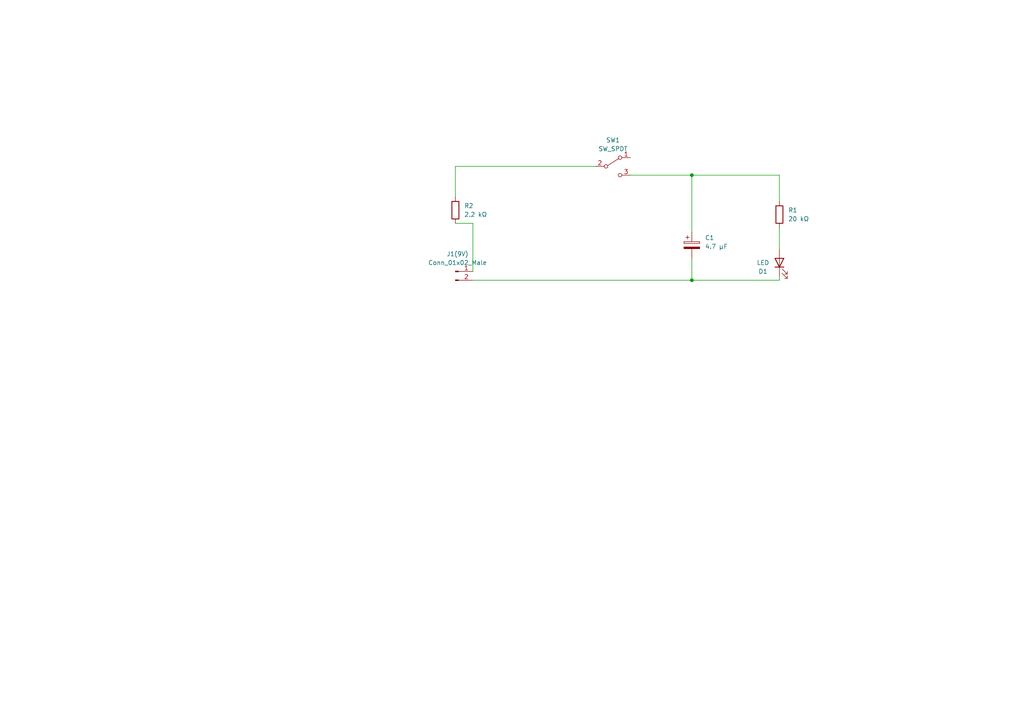
<source format=kicad_sch>
(kicad_sch (version 20211123) (generator eeschema)
  (paper "A4")
  (lib_symbols
    (symbol "Connector:Conn_01x02_Male" (pin_names (offset 1.016) hide)
      (property "Reference" "J" (at 0 2.54 0))
      (property "Value" "Conn_01x02_Male" (at 0 -5.08 0))
      (symbol "Conn_01x02_Male_1_1"
        (polyline (pts (xy 1.27 -2.54) (xy 0.8636 -2.54)) (stroke (width 0.1524)))
        (polyline (pts (xy 1.27 0) (xy 0.8636 0)) (stroke (width 0.1524)))
        (rectangle (start 0.8636 -2.413) (end 0 -2.667) (stroke (width 0.1524)) (fill (type outline)))
        (rectangle (start 0.8636 0.127) (end 0 -0.127) (stroke (width 0.1524)) (fill (type outline)))
        (pin passive line (at 5.08 0 180) (length 3.81) (name "Pin_1") (number "1"))
        (pin passive line (at 5.08 -2.54 180) (length 3.81) (name "Pin_2") (number "2"))
      )
    )
    (symbol "Device:C_Polarized" (pin_numbers hide) (pin_names (offset 0.254))
      (property "Reference" "C" (at 0.635 2.54 0))
      (property "Value" "C_Polarized" (at 0.635 -2.54 0))
      (symbol "C_Polarized_0_1"
        (rectangle (start -2.286 0.508) (end 2.286 1.016))
        (polyline (pts (xy -1.778 2.286) (xy -0.762 2.286)))
        (polyline (pts (xy -1.27 2.794) (xy -1.27 1.778)))
        (rectangle (start 2.286 -0.508) (end -2.286 -1.016) (fill (type outline)))
      )
      (symbol "C_Polarized_1_1"
        (pin passive line (at 0 3.81 270) (length 2.794) (name "~") (number "1"))
        (pin passive line (at 0 -3.81 90) (length 2.794) (name "~") (number "2"))
      )
    )
    (symbol "Device:LED" (pin_numbers hide) (pin_names (offset 1.016) hide)
      (property "Reference" "D" (at 0 2.54 0))
      (property "Value" "LED" (at 0 -2.54 0))
      (symbol "LED_0_1"
        (polyline (pts (xy -1.27 -1.27) (xy -1.27 1.27)) (stroke (width 0.254)))
        (polyline (pts (xy -1.27 0) (xy 1.27 0)))
        (polyline (pts (xy 1.27 -1.27) (xy 1.27 1.27) (xy -1.27 0) (xy 1.27 -1.27)) (stroke (width 0.254)))
        (polyline (pts (xy -3.048 -0.762) (xy -4.572 -2.286) (xy -3.81 -2.286) (xy -4.572 -2.286) (xy -4.572 -1.524)))
        (polyline (pts (xy -1.778 -0.762) (xy -3.302 -2.286) (xy -2.54 -2.286) (xy -3.302 -2.286) (xy -3.302 -1.524)))
      )
      (symbol "LED_1_1"
        (pin passive line (at -3.81 0 0) (length 2.54) (name "K") (number "1"))
        (pin passive line (at 3.81 0 180) (length 2.54) (name "A") (number "2"))
      )
    )
    (symbol "Device:R" (pin_numbers hide) (pin_names (offset 0))
      (property "Reference" "R" (at 2.032 0 90))
      (property "Value" "R" (at 0 0 90))
      (symbol "R_0_1"
        (rectangle (start -1.016 -2.54) (end 1.016 2.54) (stroke (width 0.254)))
      )
      (symbol "R_1_1"
        (pin passive line (at 0 3.81 270) (length 1.27) (name "~") (number "1"))
        (pin passive line (at 0 -3.81 90) (length 1.27) (name "~") (number "2"))
      )
    )
    (symbol "Switch:SW_SPDT" (pin_names (offset 0) hide)
      (property "Reference" "SW" (at 0 4.318 0))
      (property "Value" "SW_SPDT" (at 0 -5.08 0))
      (symbol "SW_SPDT_0_0"
        (circle (center -2.032 0) (radius 0.508))
        (circle (center 2.032 -2.54) (radius 0.508))
      )
      (symbol "SW_SPDT_0_1"
        (polyline (pts (xy -1.524 0.254) (xy 1.651 2.286)))
        (circle (center 2.032 2.54) (radius 0.508))
      )
      (symbol "SW_SPDT_1_1"
        (pin passive line (at 5.08 2.54 180) (length 2.54) (name "A") (number "1"))
        (pin passive line (at -5.08 0 0) (length 2.54) (name "B") (number "2"))
        (pin passive line (at 5.08 -2.54 180) (length 2.54) (name "C") (number "3"))
      )
    )
  )
  (junction (at 200.66 50.8))
  (junction (at 200.66 81.28))
  (wire (pts (xy 200.66 81.28) (xy 200.66 74.93)))
  (wire (pts (xy 200.66 81.28) (xy 226.06 81.28)))
  (wire (pts (xy 200.66 50.8) (xy 226.06 50.8)))
  (wire (pts (xy 132.08 48.26) (xy 132.08 57.15)))
  (wire (pts (xy 226.06 81.28) (xy 226.06 80.01)))
  (wire (pts (xy 132.08 64.77) (xy 137.16 64.77)))
  (wire (pts (xy 182.88 50.8) (xy 200.66 50.8)))
  (wire (pts (xy 172.72 48.26) (xy 132.08 48.26)))
  (wire (pts (xy 226.06 66.04) (xy 226.06 72.39)))
  (wire (pts (xy 137.16 81.28) (xy 200.66 81.28)))
  (wire (pts (xy 226.06 50.8) (xy 226.06 58.42)))
  (wire (pts (xy 200.66 50.8) (xy 200.66 67.31)))
  (wire (pts (xy 137.16 64.77) (xy 137.16 78.74)))
  (symbol (lib_id "Device:R") (at 226.06 62.23 0) (unit 1)
    (property "Reference" "R1" (at 228.6 60.9599 0) (effects (justify left)))
    (property "Value" "20 kΩ" (at 228.6 63.4999 0) (effects (justify left)))
  )
  (symbol (lib_id "Device:R") (at 132.08 60.96 0) (unit 1)
    (property "Reference" "R2" (at 134.62 59.6899 0) (effects (justify left)))
    (property "Value" "2.2 kΩ" (at 134.62 62.2299 0) (effects (justify left)))
  )
  (symbol (lib_id "Connector:Conn_01x02_Male") (at 132.08 78.74 0) (unit 1)
    (property "Reference" "J1(9V)" (at 132.715 73.66 0))
    (property "Value" "Conn_01x02_Male" (at 132.715 76.2 0))
  )
  (symbol (lib_id "Device:C_Polarized") (at 200.66 71.12 0) (unit 1)
    (property "Reference" "C1" (at 204.47 68.9609 0) (effects (justify left)))
    (property "Value" "4.7 µF" (at 204.47 71.5009 0) (effects (justify left)))
  )
  (symbol (lib_id "Switch:SW_SPDT") (at 177.8 48.26 0) (unit 1)
    (property "Reference" "SW1" (at 177.8 40.64 0))
    (property "Value" "SW_SPDT" (at 177.8 43.18 0))
  )
  (symbol (lib_id "Device:LED") (at 226.06 76.2 90) (unit 1)
    (property "Reference" "D1" (at 221.2975 78.74 90))
    (property "Value" "LED" (at 221.2975 76.2 90))
  )
)
</source>
